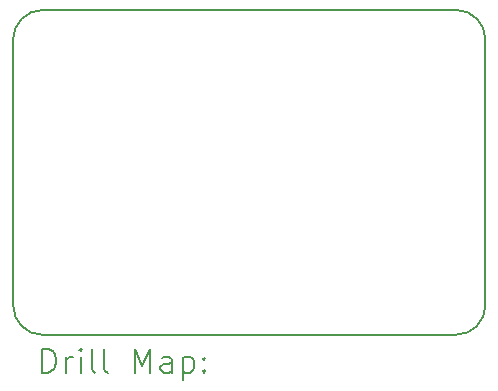
<source format=gbr>
%FSLAX45Y45*%
G04 Gerber Fmt 4.5, Leading zero omitted, Abs format (unit mm)*
G04 Created by KiCad (PCBNEW (6.0.2)) date 2022-07-31 16:51:35*
%MOMM*%
%LPD*%
G01*
G04 APERTURE LIST*
%TA.AperFunction,Profile*%
%ADD10C,0.200000*%
%TD*%
%ADD11C,0.200000*%
G04 APERTURE END LIST*
D10*
X12500000Y-10000000D02*
G75*
G03*
X12750000Y-10250000I250000J0D01*
G01*
X16250000Y-10250000D02*
G75*
G03*
X16500000Y-10000000I0J250000D01*
G01*
X16500000Y-7750000D02*
G75*
G03*
X16250000Y-7500000I-250000J0D01*
G01*
X12750000Y-7500000D02*
G75*
G03*
X12500000Y-7750000I0J-250000D01*
G01*
X12500000Y-10000000D02*
X12500000Y-7750000D01*
X16250000Y-10250000D02*
X12750000Y-10250000D01*
X16500000Y-7750000D02*
X16500000Y-10000000D01*
X12750000Y-7500000D02*
X16250000Y-7500000D01*
D11*
X12747619Y-10570476D02*
X12747619Y-10370476D01*
X12795238Y-10370476D01*
X12823809Y-10380000D01*
X12842857Y-10399048D01*
X12852381Y-10418095D01*
X12861905Y-10456190D01*
X12861905Y-10484762D01*
X12852381Y-10522857D01*
X12842857Y-10541905D01*
X12823809Y-10560952D01*
X12795238Y-10570476D01*
X12747619Y-10570476D01*
X12947619Y-10570476D02*
X12947619Y-10437143D01*
X12947619Y-10475238D02*
X12957143Y-10456190D01*
X12966667Y-10446667D01*
X12985714Y-10437143D01*
X13004762Y-10437143D01*
X13071428Y-10570476D02*
X13071428Y-10437143D01*
X13071428Y-10370476D02*
X13061905Y-10380000D01*
X13071428Y-10389524D01*
X13080952Y-10380000D01*
X13071428Y-10370476D01*
X13071428Y-10389524D01*
X13195238Y-10570476D02*
X13176190Y-10560952D01*
X13166667Y-10541905D01*
X13166667Y-10370476D01*
X13300000Y-10570476D02*
X13280952Y-10560952D01*
X13271428Y-10541905D01*
X13271428Y-10370476D01*
X13528571Y-10570476D02*
X13528571Y-10370476D01*
X13595238Y-10513333D01*
X13661905Y-10370476D01*
X13661905Y-10570476D01*
X13842857Y-10570476D02*
X13842857Y-10465714D01*
X13833333Y-10446667D01*
X13814286Y-10437143D01*
X13776190Y-10437143D01*
X13757143Y-10446667D01*
X13842857Y-10560952D02*
X13823809Y-10570476D01*
X13776190Y-10570476D01*
X13757143Y-10560952D01*
X13747619Y-10541905D01*
X13747619Y-10522857D01*
X13757143Y-10503810D01*
X13776190Y-10494286D01*
X13823809Y-10494286D01*
X13842857Y-10484762D01*
X13938095Y-10437143D02*
X13938095Y-10637143D01*
X13938095Y-10446667D02*
X13957143Y-10437143D01*
X13995238Y-10437143D01*
X14014286Y-10446667D01*
X14023809Y-10456190D01*
X14033333Y-10475238D01*
X14033333Y-10532381D01*
X14023809Y-10551429D01*
X14014286Y-10560952D01*
X13995238Y-10570476D01*
X13957143Y-10570476D01*
X13938095Y-10560952D01*
X14119048Y-10551429D02*
X14128571Y-10560952D01*
X14119048Y-10570476D01*
X14109524Y-10560952D01*
X14119048Y-10551429D01*
X14119048Y-10570476D01*
X14119048Y-10446667D02*
X14128571Y-10456190D01*
X14119048Y-10465714D01*
X14109524Y-10456190D01*
X14119048Y-10446667D01*
X14119048Y-10465714D01*
M02*

</source>
